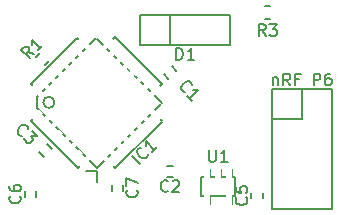
<source format=gto>
%FSLAX46Y46*%
G04 Gerber Fmt 4.6, Leading zero omitted, Abs format (unit mm)*
G04 Created by KiCad (PCBNEW (2014-10-27 BZR 5228)-product) date 4/10/2015 6:23:41 PM*
%MOMM*%
G01*
G04 APERTURE LIST*
%ADD10C,0.100000*%
%ADD11C,0.150000*%
%ADD12C,0.066040*%
%ADD13C,0.177800*%
%ADD14C,1.270000*%
%ADD15R,1.727200X1.727200*%
%ADD16O,1.727200X1.727200*%
%ADD17R,1.400000X1.100000*%
%ADD18R,0.500000X0.600000*%
%ADD19R,0.600000X0.500000*%
%ADD20R,0.400000X0.600000*%
%ADD21R,0.548640X1.198880*%
G04 APERTURE END LIST*
D10*
D11*
X13970000Y-4064000D02*
X19050000Y-4064000D01*
X19050000Y-4064000D02*
X19050000Y-1524000D01*
X19050000Y-1524000D02*
X13970000Y-1524000D01*
X11430000Y-1524000D02*
X13970000Y-1524000D01*
X13970000Y-1524000D02*
X13970000Y-4064000D01*
X11430000Y-1524000D02*
X11430000Y-4064000D01*
X11430000Y-4064000D02*
X13970000Y-4064000D01*
X22606000Y-10287000D02*
X22606000Y-17907000D01*
X22606000Y-17907000D02*
X27686000Y-17907000D01*
X27686000Y-17907000D02*
X27686000Y-7747000D01*
X27686000Y-7747000D02*
X25146000Y-7747000D01*
X22606000Y-7747000D02*
X22606000Y-10287000D01*
X25146000Y-7747000D02*
X25146000Y-10287000D01*
X25146000Y-10287000D02*
X22606000Y-10287000D01*
X22606000Y-7747000D02*
X25146000Y-7747000D01*
X6888000Y-14683000D02*
X7788000Y-14683000D01*
X7788000Y-15583000D02*
X7788000Y-14683000D01*
X13260877Y-7291514D02*
X12452654Y-8099737D01*
X9345486Y-3376123D02*
X8555223Y-4166385D01*
X13260877Y-7291514D02*
X9345486Y-3376123D01*
X12524496Y-9716184D02*
X13296798Y-10488486D01*
X8573184Y-13703417D02*
X9327525Y-14457759D01*
X9309565Y-14475719D02*
X13314759Y-10506446D01*
X2215162Y-7309475D02*
X6094633Y-3394083D01*
X2682136Y-9321052D02*
X7764961Y-14403877D01*
X6130554Y-3394083D02*
X6866935Y-4130464D01*
X2700096Y-8440987D02*
X7693118Y-3447965D01*
X13260877Y-8943882D02*
X7800882Y-3483886D01*
X7782921Y-14421838D02*
X13171075Y-9033684D01*
X2179241Y-10434604D02*
X6166475Y-14421838D01*
X6166475Y-14421838D02*
X6974698Y-13613615D01*
X2671359Y-9295908D02*
X2671359Y-8469724D01*
X2182833Y-10431012D02*
X2994648Y-9619197D01*
X3023385Y-8117698D02*
X2211570Y-7305883D01*
X4195907Y-8875632D02*
G75*
G03X4195907Y-8875632I-479246J0D01*
G01*
X2634000Y-16887000D02*
X2634000Y-16387000D01*
X1684000Y-16387000D02*
X1684000Y-16887000D01*
X9050000Y-15879000D02*
X9050000Y-16379000D01*
X10000000Y-16379000D02*
X10000000Y-15879000D01*
X14482652Y-6190901D02*
X14129099Y-5837348D01*
X13457348Y-6509099D02*
X13810901Y-6862652D01*
X14220000Y-14257000D02*
X13720000Y-14257000D01*
X13720000Y-15207000D02*
X14220000Y-15207000D01*
X3941652Y-12794901D02*
X3588099Y-12441348D01*
X2916348Y-13113099D02*
X3269901Y-13466652D01*
X20861000Y-16514000D02*
X20861000Y-17014000D01*
X21811000Y-17014000D02*
X21811000Y-16514000D01*
X3369454Y-5755008D02*
X3723008Y-5401454D01*
X2980546Y-4658992D02*
X2626992Y-5012546D01*
X22475000Y-745000D02*
X21975000Y-745000D01*
X21975000Y-1795000D02*
X22475000Y-1795000D01*
D12*
X19232880Y-14503400D02*
X18732500Y-14503400D01*
X18732500Y-14503400D02*
X18732500Y-15153640D01*
X19232880Y-15153640D02*
X18732500Y-15153640D01*
X19232880Y-14503400D02*
X19232880Y-15153640D01*
X18282920Y-14503400D02*
X17785080Y-14503400D01*
X17785080Y-14503400D02*
X17785080Y-15153640D01*
X18282920Y-15153640D02*
X17785080Y-15153640D01*
X18282920Y-14503400D02*
X18282920Y-15153640D01*
X17335500Y-14503400D02*
X16835120Y-14503400D01*
X16835120Y-14503400D02*
X16835120Y-15153640D01*
X17335500Y-15153640D02*
X16835120Y-15153640D01*
X17335500Y-14503400D02*
X17335500Y-15153640D01*
X17335500Y-16850360D02*
X16835120Y-16850360D01*
X16835120Y-16850360D02*
X16835120Y-17500600D01*
X17335500Y-17500600D02*
X16835120Y-17500600D01*
X17335500Y-16850360D02*
X17335500Y-17500600D01*
X19232880Y-16850360D02*
X18732500Y-16850360D01*
X18732500Y-16850360D02*
X18732500Y-17500600D01*
X19232880Y-17500600D02*
X18732500Y-17500600D01*
X19232880Y-16850360D02*
X19232880Y-17500600D01*
D13*
X16611600Y-16812260D02*
X16611600Y-15191740D01*
X16611600Y-15191740D02*
X19456400Y-15191740D01*
X19456400Y-15191740D02*
X19456400Y-16812260D01*
X19456400Y-16812260D02*
X16611600Y-16812260D01*
X18554700Y-16812260D02*
X17513300Y-16812260D01*
X18460720Y-15191740D02*
X18554700Y-15191740D01*
X17513300Y-15191740D02*
X17607280Y-15191740D01*
X19359880Y-15191740D02*
X19456400Y-15191740D01*
X16611600Y-15191740D02*
X16708120Y-15191740D01*
X16708120Y-16812260D02*
X16611600Y-16812260D01*
X19456400Y-16812260D02*
X19359880Y-16812260D01*
D11*
X14501905Y-5278381D02*
X14501905Y-4278381D01*
X14740000Y-4278381D01*
X14882858Y-4326000D01*
X14978096Y-4421238D01*
X15025715Y-4516476D01*
X15073334Y-4706952D01*
X15073334Y-4849810D01*
X15025715Y-5040286D01*
X14978096Y-5135524D01*
X14882858Y-5230762D01*
X14740000Y-5278381D01*
X14501905Y-5278381D01*
X16025715Y-5278381D02*
X15454286Y-5278381D01*
X15740000Y-5278381D02*
X15740000Y-4278381D01*
X15644762Y-4421238D01*
X15549524Y-4516476D01*
X15454286Y-4564095D01*
X26122405Y-7437381D02*
X26122405Y-6437381D01*
X26503358Y-6437381D01*
X26598596Y-6485000D01*
X26646215Y-6532619D01*
X26693834Y-6627857D01*
X26693834Y-6770714D01*
X26646215Y-6865952D01*
X26598596Y-6913571D01*
X26503358Y-6961190D01*
X26122405Y-6961190D01*
X27550977Y-6437381D02*
X27360500Y-6437381D01*
X27265262Y-6485000D01*
X27217643Y-6532619D01*
X27122405Y-6675476D01*
X27074786Y-6865952D01*
X27074786Y-7246905D01*
X27122405Y-7342143D01*
X27170024Y-7389762D01*
X27265262Y-7437381D01*
X27455739Y-7437381D01*
X27550977Y-7389762D01*
X27598596Y-7342143D01*
X27646215Y-7246905D01*
X27646215Y-7008810D01*
X27598596Y-6913571D01*
X27550977Y-6865952D01*
X27455739Y-6818333D01*
X27265262Y-6818333D01*
X27170024Y-6865952D01*
X27122405Y-6913571D01*
X27074786Y-7008810D01*
X22669643Y-6770714D02*
X22669643Y-7437381D01*
X22669643Y-6865952D02*
X22717262Y-6818333D01*
X22812500Y-6770714D01*
X22955358Y-6770714D01*
X23050596Y-6818333D01*
X23098215Y-6913571D01*
X23098215Y-7437381D01*
X24145834Y-7437381D02*
X23812500Y-6961190D01*
X23574405Y-7437381D02*
X23574405Y-6437381D01*
X23955358Y-6437381D01*
X24050596Y-6485000D01*
X24098215Y-6532619D01*
X24145834Y-6627857D01*
X24145834Y-6770714D01*
X24098215Y-6865952D01*
X24050596Y-6913571D01*
X23955358Y-6961190D01*
X23574405Y-6961190D01*
X24907739Y-6913571D02*
X24574405Y-6913571D01*
X24574405Y-7437381D02*
X24574405Y-6437381D01*
X25050596Y-6437381D01*
X11440610Y-14091152D02*
X10733503Y-13384045D01*
X12114045Y-13283030D02*
X12114045Y-13350374D01*
X12046702Y-13485061D01*
X11979358Y-13552404D01*
X11844671Y-13619748D01*
X11709984Y-13619748D01*
X11608969Y-13586076D01*
X11440610Y-13485061D01*
X11339594Y-13384045D01*
X11238579Y-13215687D01*
X11204907Y-13114672D01*
X11204907Y-12979985D01*
X11272252Y-12845297D01*
X11339595Y-12777954D01*
X11474282Y-12710610D01*
X11541625Y-12710610D01*
X12854824Y-12676939D02*
X12450762Y-13081000D01*
X12652793Y-12878970D02*
X11945686Y-12171863D01*
X11979358Y-12340222D01*
X11979358Y-12474908D01*
X11945686Y-12575924D01*
X1246143Y-16803666D02*
X1293762Y-16851285D01*
X1341381Y-16994142D01*
X1341381Y-17089380D01*
X1293762Y-17232238D01*
X1198524Y-17327476D01*
X1103286Y-17375095D01*
X912810Y-17422714D01*
X769952Y-17422714D01*
X579476Y-17375095D01*
X484238Y-17327476D01*
X389000Y-17232238D01*
X341381Y-17089380D01*
X341381Y-16994142D01*
X389000Y-16851285D01*
X436619Y-16803666D01*
X341381Y-15946523D02*
X341381Y-16137000D01*
X389000Y-16232238D01*
X436619Y-16279857D01*
X579476Y-16375095D01*
X769952Y-16422714D01*
X1150905Y-16422714D01*
X1246143Y-16375095D01*
X1293762Y-16327476D01*
X1341381Y-16232238D01*
X1341381Y-16041761D01*
X1293762Y-15946523D01*
X1246143Y-15898904D01*
X1150905Y-15851285D01*
X912810Y-15851285D01*
X817571Y-15898904D01*
X769952Y-15946523D01*
X722333Y-16041761D01*
X722333Y-16232238D01*
X769952Y-16327476D01*
X817571Y-16375095D01*
X912810Y-16422714D01*
X11152143Y-16295666D02*
X11199762Y-16343285D01*
X11247381Y-16486142D01*
X11247381Y-16581380D01*
X11199762Y-16724238D01*
X11104524Y-16819476D01*
X11009286Y-16867095D01*
X10818810Y-16914714D01*
X10675952Y-16914714D01*
X10485476Y-16867095D01*
X10390238Y-16819476D01*
X10295000Y-16724238D01*
X10247381Y-16581380D01*
X10247381Y-16486142D01*
X10295000Y-16343285D01*
X10342619Y-16295666D01*
X10247381Y-15962333D02*
X10247381Y-15295666D01*
X11247381Y-15724238D01*
X15250611Y-8008688D02*
X15183268Y-8008688D01*
X15048581Y-7941344D01*
X14981237Y-7874001D01*
X14913893Y-7739313D01*
X14913893Y-7604626D01*
X14947565Y-7503611D01*
X15048580Y-7335253D01*
X15149596Y-7234237D01*
X15317955Y-7133222D01*
X15418970Y-7099550D01*
X15553657Y-7099550D01*
X15688344Y-7166894D01*
X15755688Y-7234237D01*
X15823031Y-7368924D01*
X15823031Y-7436268D01*
X15856703Y-8749466D02*
X15452641Y-8345405D01*
X15654672Y-8547435D02*
X16361778Y-7840328D01*
X16193420Y-7874000D01*
X16058733Y-7874000D01*
X15957718Y-7840328D01*
X13803334Y-16359143D02*
X13755715Y-16406762D01*
X13612858Y-16454381D01*
X13517620Y-16454381D01*
X13374762Y-16406762D01*
X13279524Y-16311524D01*
X13231905Y-16216286D01*
X13184286Y-16025810D01*
X13184286Y-15882952D01*
X13231905Y-15692476D01*
X13279524Y-15597238D01*
X13374762Y-15502000D01*
X13517620Y-15454381D01*
X13612858Y-15454381D01*
X13755715Y-15502000D01*
X13803334Y-15549619D01*
X14184286Y-15549619D02*
X14231905Y-15502000D01*
X14327143Y-15454381D01*
X14565239Y-15454381D01*
X14660477Y-15502000D01*
X14708096Y-15549619D01*
X14755715Y-15644857D01*
X14755715Y-15740095D01*
X14708096Y-15882952D01*
X14136667Y-16454381D01*
X14755715Y-16454381D01*
X1407611Y-11691688D02*
X1340268Y-11691688D01*
X1205581Y-11624344D01*
X1138237Y-11557001D01*
X1070893Y-11422313D01*
X1070893Y-11287626D01*
X1104565Y-11186611D01*
X1205580Y-11018253D01*
X1306596Y-10917237D01*
X1474955Y-10816222D01*
X1575970Y-10782550D01*
X1710657Y-10782550D01*
X1845344Y-10849894D01*
X1912688Y-10917237D01*
X1980031Y-11051924D01*
X1980031Y-11119268D01*
X2283076Y-11287626D02*
X2720810Y-11725359D01*
X2215733Y-11759030D01*
X2316749Y-11860046D01*
X2350421Y-11961061D01*
X2350421Y-12028405D01*
X2316748Y-12129421D01*
X2148390Y-12297779D01*
X2047374Y-12331451D01*
X1980031Y-12331451D01*
X1879016Y-12297779D01*
X1676985Y-12095748D01*
X1643313Y-11994733D01*
X1643313Y-11927390D01*
X20423143Y-16930666D02*
X20470762Y-16978285D01*
X20518381Y-17121142D01*
X20518381Y-17216380D01*
X20470762Y-17359238D01*
X20375524Y-17454476D01*
X20280286Y-17502095D01*
X20089810Y-17549714D01*
X19946952Y-17549714D01*
X19756476Y-17502095D01*
X19661238Y-17454476D01*
X19566000Y-17359238D01*
X19518381Y-17216380D01*
X19518381Y-17121142D01*
X19566000Y-16978285D01*
X19613619Y-16930666D01*
X19518381Y-16025904D02*
X19518381Y-16502095D01*
X19994571Y-16549714D01*
X19946952Y-16502095D01*
X19899333Y-16406857D01*
X19899333Y-16168761D01*
X19946952Y-16073523D01*
X19994571Y-16025904D01*
X20089810Y-15978285D01*
X20327905Y-15978285D01*
X20423143Y-16025904D01*
X20470762Y-16073523D01*
X20518381Y-16168761D01*
X20518381Y-16406857D01*
X20470762Y-16502095D01*
X20423143Y-16549714D01*
X2488031Y-4755732D02*
X1915610Y-4654717D01*
X2083970Y-5159794D02*
X1376863Y-4452687D01*
X1646237Y-4183312D01*
X1747253Y-4149641D01*
X1814596Y-4149641D01*
X1915611Y-4183312D01*
X2016626Y-4284328D01*
X2050298Y-4385343D01*
X2050298Y-4452686D01*
X2016626Y-4553701D01*
X1747252Y-4823076D01*
X3161466Y-4082297D02*
X2757405Y-4486359D01*
X2959435Y-4284328D02*
X2252328Y-3577222D01*
X2286000Y-3745580D01*
X2286000Y-3880267D01*
X2252328Y-3981282D01*
X22058334Y-3246381D02*
X21725000Y-2770190D01*
X21486905Y-3246381D02*
X21486905Y-2246381D01*
X21867858Y-2246381D01*
X21963096Y-2294000D01*
X22010715Y-2341619D01*
X22058334Y-2436857D01*
X22058334Y-2579714D01*
X22010715Y-2674952D01*
X21963096Y-2722571D01*
X21867858Y-2770190D01*
X21486905Y-2770190D01*
X22391667Y-2246381D02*
X23010715Y-2246381D01*
X22677381Y-2627333D01*
X22820239Y-2627333D01*
X22915477Y-2674952D01*
X22963096Y-2722571D01*
X23010715Y-2817810D01*
X23010715Y-3055905D01*
X22963096Y-3151143D01*
X22915477Y-3198762D01*
X22820239Y-3246381D01*
X22534524Y-3246381D01*
X22439286Y-3198762D01*
X22391667Y-3151143D01*
X17272095Y-12914381D02*
X17272095Y-13723905D01*
X17319714Y-13819143D01*
X17367333Y-13866762D01*
X17462571Y-13914381D01*
X17653048Y-13914381D01*
X17748286Y-13866762D01*
X17795905Y-13819143D01*
X17843524Y-13723905D01*
X17843524Y-12914381D01*
X18843524Y-13914381D02*
X18272095Y-13914381D01*
X18557809Y-13914381D02*
X18557809Y-12914381D01*
X18462571Y-13057238D01*
X18367333Y-13152476D01*
X18272095Y-13200095D01*
%LPC*%
D14*
X1778000Y-1524000D03*
D15*
X12700000Y-2794000D03*
D16*
X15240000Y-2794000D03*
X17780000Y-2794000D03*
D15*
X23876000Y-9017000D03*
D16*
X26416000Y-9017000D03*
X23876000Y-11557000D03*
X26416000Y-11557000D03*
X23876000Y-14097000D03*
X26416000Y-14097000D03*
X23876000Y-16637000D03*
X26416000Y-16637000D03*
D14*
X4318000Y-1524000D03*
X6858000Y-1524000D03*
X9398000Y-1524000D03*
X26670000Y-1524000D03*
X9017000Y-11430000D03*
X7239000Y-11430000D03*
D17*
X4488000Y-15583000D03*
X4488000Y-17183000D03*
X6688000Y-17183000D03*
X6688000Y-15583000D03*
D10*
G36*
X6463721Y-14417348D02*
X6145820Y-14099447D01*
X6852927Y-13392340D01*
X7170828Y-13710241D01*
X6463721Y-14417348D01*
X6463721Y-14417348D01*
G37*
G36*
X5897965Y-13851592D02*
X5580064Y-13533691D01*
X6287171Y-12826584D01*
X6605072Y-13144485D01*
X5897965Y-13851592D01*
X5897965Y-13851592D01*
G37*
G36*
X5332209Y-13285835D02*
X5014308Y-12967934D01*
X5721415Y-12260827D01*
X6039316Y-12578728D01*
X5332209Y-13285835D01*
X5332209Y-13285835D01*
G37*
G36*
X4766453Y-12720079D02*
X4448552Y-12402178D01*
X5155659Y-11695071D01*
X5473560Y-12012972D01*
X4766453Y-12720079D01*
X4766453Y-12720079D01*
G37*
G36*
X4200697Y-12154323D02*
X3882796Y-11836422D01*
X4589903Y-11129315D01*
X4907804Y-11447216D01*
X4200697Y-12154323D01*
X4200697Y-12154323D01*
G37*
G36*
X3634941Y-11588567D02*
X3317040Y-11270666D01*
X4024147Y-10563559D01*
X4342048Y-10881460D01*
X3634941Y-11588567D01*
X3634941Y-11588567D01*
G37*
G36*
X3069184Y-11022811D02*
X2751283Y-10704910D01*
X3458390Y-9997803D01*
X3776291Y-10315704D01*
X3069184Y-11022811D01*
X3069184Y-11022811D01*
G37*
G36*
X2503428Y-10457055D02*
X2185527Y-10139154D01*
X2892634Y-9432047D01*
X3210535Y-9749948D01*
X2503428Y-10457055D01*
X2503428Y-10457055D01*
G37*
G36*
X8563843Y-4403825D02*
X8245942Y-4085924D01*
X8953049Y-3378817D01*
X9270950Y-3696718D01*
X8563843Y-4403825D01*
X8563843Y-4403825D01*
G37*
G36*
X12533116Y-8373098D02*
X12215215Y-8055197D01*
X12922322Y-7348090D01*
X13240223Y-7665991D01*
X12533116Y-8373098D01*
X12533116Y-8373098D01*
G37*
G36*
X11958379Y-7798362D02*
X11640478Y-7480461D01*
X12347585Y-6773354D01*
X12665486Y-7091255D01*
X11958379Y-7798362D01*
X11958379Y-7798362D01*
G37*
G36*
X11383643Y-7223625D02*
X11065742Y-6905724D01*
X11772849Y-6198617D01*
X12090750Y-6516518D01*
X11383643Y-7223625D01*
X11383643Y-7223625D01*
G37*
G36*
X10826867Y-6666849D02*
X10508966Y-6348948D01*
X11216073Y-5641841D01*
X11533974Y-5959742D01*
X10826867Y-6666849D01*
X10826867Y-6666849D01*
G37*
G36*
X10252131Y-6092113D02*
X9934230Y-5774212D01*
X10641337Y-5067105D01*
X10959238Y-5385006D01*
X10252131Y-6092113D01*
X10252131Y-6092113D01*
G37*
G36*
X9695355Y-5535337D02*
X9377454Y-5217436D01*
X10084561Y-4510329D01*
X10402462Y-4828230D01*
X9695355Y-5535337D01*
X9695355Y-5535337D01*
G37*
G36*
X9120618Y-4960601D02*
X8802717Y-4642700D01*
X9509824Y-3935593D01*
X9827725Y-4253494D01*
X9120618Y-4960601D01*
X9120618Y-4960601D01*
G37*
G36*
X2885450Y-8340769D02*
X2178343Y-7633662D01*
X2496244Y-7315761D01*
X3203351Y-8022868D01*
X2885450Y-8340769D01*
X2885450Y-8340769D01*
G37*
G36*
X3449410Y-7776809D02*
X2742303Y-7069702D01*
X3060204Y-6751801D01*
X3767311Y-7458908D01*
X3449410Y-7776809D01*
X3449410Y-7776809D01*
G37*
G36*
X4016962Y-7209257D02*
X3309855Y-6502150D01*
X3627756Y-6184249D01*
X4334863Y-6891356D01*
X4016962Y-7209257D01*
X4016962Y-7209257D01*
G37*
G36*
X4580922Y-6645297D02*
X3873815Y-5938190D01*
X4191716Y-5620289D01*
X4898823Y-6327396D01*
X4580922Y-6645297D01*
X4580922Y-6645297D01*
G37*
G36*
X5148475Y-6077744D02*
X4441368Y-5370637D01*
X4759269Y-5052736D01*
X5466376Y-5759843D01*
X5148475Y-6077744D01*
X5148475Y-6077744D01*
G37*
G36*
X5712435Y-5513784D02*
X5005328Y-4806677D01*
X5323229Y-4488776D01*
X6030336Y-5195883D01*
X5712435Y-5513784D01*
X5712435Y-5513784D01*
G37*
G36*
X6279987Y-4946232D02*
X5572880Y-4239125D01*
X5890781Y-3921224D01*
X6597888Y-4628331D01*
X6279987Y-4946232D01*
X6279987Y-4946232D01*
G37*
G36*
X6843947Y-4382272D02*
X6136840Y-3675165D01*
X6454741Y-3357264D01*
X7161848Y-4064371D01*
X6843947Y-4382272D01*
X6843947Y-4382272D01*
G37*
G36*
X8971009Y-14419144D02*
X8263902Y-13712037D01*
X8581803Y-13394136D01*
X9288910Y-14101243D01*
X8971009Y-14419144D01*
X8971009Y-14419144D01*
G37*
G36*
X9527785Y-13862368D02*
X8820678Y-13155261D01*
X9138579Y-12837360D01*
X9845686Y-13544467D01*
X9527785Y-13862368D01*
X9527785Y-13862368D01*
G37*
G36*
X10102521Y-13287631D02*
X9395414Y-12580524D01*
X9713315Y-12262623D01*
X10420422Y-12969730D01*
X10102521Y-13287631D01*
X10102521Y-13287631D01*
G37*
G36*
X10659297Y-12730856D02*
X9952190Y-12023749D01*
X10270091Y-11705848D01*
X10977198Y-12412955D01*
X10659297Y-12730856D01*
X10659297Y-12730856D01*
G37*
G36*
X11216073Y-12174080D02*
X10508966Y-11466973D01*
X10826867Y-11149072D01*
X11533974Y-11856179D01*
X11216073Y-12174080D01*
X11216073Y-12174080D01*
G37*
G36*
X11790809Y-11599343D02*
X11083702Y-10892236D01*
X11401603Y-10574335D01*
X12108710Y-11281442D01*
X11790809Y-11599343D01*
X11790809Y-11599343D01*
G37*
G36*
X12365546Y-11024607D02*
X11658439Y-10317500D01*
X11976340Y-9999599D01*
X12683447Y-10706706D01*
X12365546Y-11024607D01*
X12365546Y-11024607D01*
G37*
G36*
X12940282Y-10449871D02*
X12233175Y-9742764D01*
X12551076Y-9424863D01*
X13258183Y-10131970D01*
X12940282Y-10449871D01*
X12940282Y-10449871D01*
G37*
D18*
X2159000Y-16087000D03*
X2159000Y-17187000D03*
X9525000Y-16679000D03*
X9525000Y-15579000D03*
D10*
G36*
X13192182Y-5925736D02*
X13545736Y-5572182D01*
X13970000Y-5996446D01*
X13616446Y-6350000D01*
X13192182Y-5925736D01*
X13192182Y-5925736D01*
G37*
G36*
X13970000Y-6703554D02*
X14323554Y-6350000D01*
X14747818Y-6774264D01*
X14394264Y-7127818D01*
X13970000Y-6703554D01*
X13970000Y-6703554D01*
G37*
D19*
X13420000Y-14732000D03*
X14520000Y-14732000D03*
D10*
G36*
X2651182Y-12529736D02*
X3004736Y-12176182D01*
X3429000Y-12600446D01*
X3075446Y-12954000D01*
X2651182Y-12529736D01*
X2651182Y-12529736D01*
G37*
G36*
X3429000Y-13307554D02*
X3782554Y-12954000D01*
X4206818Y-13378264D01*
X3853264Y-13731818D01*
X3429000Y-13307554D01*
X3429000Y-13307554D01*
G37*
D18*
X21336000Y-17314000D03*
X21336000Y-16214000D03*
D10*
G36*
X3422487Y-4535249D02*
X3846751Y-4959513D01*
X3563909Y-5242355D01*
X3139645Y-4818091D01*
X3422487Y-4535249D01*
X3422487Y-4535249D01*
G37*
G36*
X2786091Y-5171645D02*
X3210355Y-5595909D01*
X2927513Y-5878751D01*
X2503249Y-5454487D01*
X2786091Y-5171645D01*
X2786091Y-5171645D01*
G37*
D20*
X21775000Y-1270000D03*
X22675000Y-1270000D03*
D21*
X18983960Y-14704060D03*
X18034000Y-14704060D03*
X17084040Y-14704060D03*
X17084040Y-17299940D03*
X18983960Y-17299940D03*
M02*

</source>
